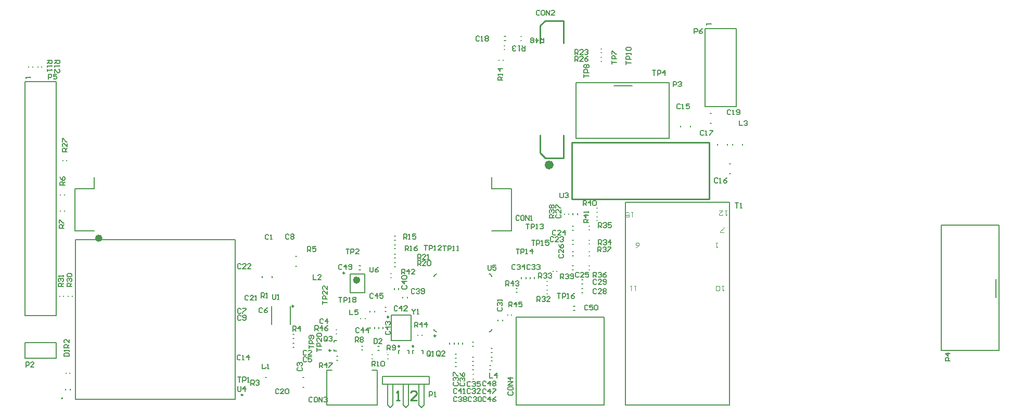
<source format=gto>
G04 Layer_Color=65535*
%FSAX25Y25*%
%MOIN*%
G70*
G01*
G75*
%ADD36C,0.00984*%
%ADD37C,0.00800*%
%ADD91C,0.02362*%
%ADD92C,0.03000*%
%ADD93C,0.00787*%
%ADD94C,0.00394*%
%ADD95C,0.01000*%
%ADD96C,0.00500*%
D36*
X0827039Y0142732D02*
G03*
X0827039Y0142732I-0000492J0000000D01*
G01*
X0836039D02*
G03*
X0836039Y0142732I-0000492J0000000D01*
G01*
X0782760Y0140047D02*
G03*
X0782760Y0140047I-0000492J0000000D01*
G01*
X0726492Y0111500D02*
G03*
X0726492Y0111500I-0000492J0000000D01*
G01*
X0850079Y0149437D02*
G03*
X0850079Y0149437I-0000492J0000000D01*
G01*
X0791732Y0189693D02*
G03*
X0791732Y0189693I-0000492J0000000D01*
G01*
X0819992Y0161500D02*
G03*
X0819992Y0161500I-0000492J0000000D01*
G01*
X0759071Y0168405D02*
G03*
X0759071Y0168405I-0000492J0000000D01*
G01*
D37*
X0587500Y0315500D02*
Y0314451D01*
Y0314975D01*
X0590649D01*
X0590124Y0315500D01*
X1023500Y0349750D02*
Y0348700D01*
Y0349225D01*
X1026649D01*
X1026124Y0349750D01*
D91*
X0635421Y0212028D02*
G03*
X0635421Y0212028I-0001181J0000000D01*
G01*
X0800591Y0185165D02*
G03*
X0800591Y0185165I-0001181J0000000D01*
G01*
D92*
X0924164Y0259000D02*
G03*
X0924164Y0259000I-0001414J0000000D01*
G01*
D93*
X0611144Y0109250D02*
G03*
X0611144Y0109250I-0000394J0000000D01*
G01*
X0780358Y0127469D02*
X0783705D01*
X0780358Y0105028D02*
Y0127469D01*
Y0105028D02*
X0812642D01*
Y0127469D01*
X0809295D02*
X0812642D01*
X0904553Y0338720D02*
X0904947D01*
X0904553Y0341280D02*
X0904947D01*
X1209130Y0174030D02*
Y0185841D01*
X1174091Y0140171D02*
Y0220486D01*
X1211098D01*
Y0140171D02*
Y0220486D01*
X1174091Y0140171D02*
X1211098D01*
X0758606Y0142122D02*
X0759394D01*
X0758606Y0144878D02*
X0759394D01*
X1007100Y0283356D02*
Y0284144D01*
X1013400Y0283356D02*
Y0284144D01*
X1036900Y0271671D02*
Y0272459D01*
X1030600Y0271671D02*
Y0272459D01*
X0894106Y0341378D02*
X0894894D01*
X0894106Y0338622D02*
X0894894D01*
X1025856Y0285850D02*
X1026644D01*
X1025856Y0292150D02*
X1026644D01*
X0764856Y0116350D02*
X0765644D01*
X0764856Y0122650D02*
X0765644D01*
X0937606Y0208122D02*
X0938394D01*
X0937606Y0210878D02*
X0938394D01*
X0937606Y0217122D02*
X0938394D01*
X0937606Y0219878D02*
X0938394D01*
X0937606Y0191622D02*
X0938394D01*
X0937606Y0194378D02*
X0938394D01*
X0940878Y0227106D02*
Y0227894D01*
X0938122Y0227106D02*
Y0227894D01*
X0943606Y0179878D02*
X0944394D01*
X0943606Y0177122D02*
X0944394D01*
X0943606Y0185378D02*
X0944394D01*
X0943606Y0182622D02*
X0944394D01*
X0873606Y0127622D02*
X0874394D01*
X0873606Y0130378D02*
X0874394D01*
X0890122Y0158961D02*
Y0159748D01*
X0892878Y0158961D02*
Y0159748D01*
X0873606Y0133122D02*
X0874394D01*
X0873606Y0135878D02*
X0874394D01*
X0913378Y0186106D02*
Y0186894D01*
X0910622Y0186106D02*
Y0186894D01*
X0907878Y0186106D02*
Y0186894D01*
X0905122Y0186106D02*
Y0186894D01*
X0873606Y0142622D02*
X0874394D01*
X0873606Y0145378D02*
X0874394D01*
X0864622Y0144106D02*
Y0144894D01*
X0867378Y0144106D02*
Y0144894D01*
X0859122Y0144106D02*
Y0144894D01*
X0861878Y0144106D02*
Y0144894D01*
X0862606Y0132378D02*
X0863394D01*
X0862606Y0129622D02*
X0863394D01*
X0831878Y0173606D02*
Y0174394D01*
X0829122Y0173606D02*
Y0174394D01*
X0826378Y0179106D02*
Y0179894D01*
X0823622Y0179106D02*
Y0179894D01*
X0862606Y0137878D02*
X0863394D01*
X0862606Y0135122D02*
X0863394D01*
X0817606Y0167878D02*
X0818394D01*
X0817606Y0165122D02*
X0818394D01*
X0816378Y0154106D02*
Y0154894D01*
X0813622Y0154106D02*
Y0154894D01*
X0810878Y0154106D02*
Y0154894D01*
X0808122Y0154106D02*
Y0154894D01*
X0808122Y0164606D02*
Y0165394D01*
X0810878Y0164606D02*
Y0165394D01*
X0884803Y0130280D02*
X0885197D01*
X0884803Y0127720D02*
X0885197D01*
X0885803Y0135780D02*
X0886197D01*
X0885803Y0133221D02*
X0886197D01*
X0885803Y0141279D02*
X0886197D01*
X0885803Y0138721D02*
X0886197D01*
X0801106Y0194378D02*
X0801894D01*
X0801106Y0191622D02*
X0801894D01*
X0938461Y0165622D02*
X0939248D01*
X0938461Y0168378D02*
X0939248D01*
X0886091Y0216673D02*
X0898492D01*
Y0243642D01*
X0886091D02*
X0898492D01*
X0618964Y0216673D02*
X0631366D01*
X0618964D02*
Y0243642D01*
X0631366D01*
X0631366D01*
X0631366Y0250886D02*
X0631366D01*
X0631366Y0243642D02*
Y0250886D01*
X0886051Y0243642D02*
X0886091D01*
X0886051D02*
Y0250886D01*
X0958095Y0104976D02*
Y0161472D01*
X0901795D02*
X0958095D01*
X0901795Y0104976D02*
Y0161472D01*
Y0104976D02*
X0958095D01*
X0615878Y0114606D02*
Y0115394D01*
X0613122Y0114606D02*
Y0115394D01*
X0813106Y0142878D02*
X0813894D01*
X0813106Y0140122D02*
X0813894D01*
X1046650Y0271671D02*
Y0272459D01*
X1040350Y0271671D02*
Y0272459D01*
X0804917Y0160303D02*
Y0160697D01*
X0802083Y0160303D02*
Y0160697D01*
X0842667Y0105167D02*
Y0118500D01*
X0841000Y0103500D02*
X0842667Y0105167D01*
X0839333D02*
X0841000Y0103500D01*
X0839333Y0105167D02*
Y0118500D01*
X0832667Y0105167D02*
Y0118500D01*
X0831000Y0103500D02*
X0832667Y0105167D01*
X0829333D02*
X0831000Y0103500D01*
X0829333Y0105167D02*
Y0118500D01*
X0822667Y0105167D02*
Y0118500D01*
X0821000Y0103500D02*
X0822667Y0105167D01*
X0819333D02*
X0821000Y0103500D01*
X0819333Y0105167D02*
Y0118500D01*
X0816000Y0123500D02*
X0846000D01*
X0816000Y0118500D02*
Y0123500D01*
X0846000Y0118500D02*
Y0123500D01*
X0816000Y0118500D02*
X0846000D01*
X0587000Y0135000D02*
X0607000D01*
Y0145000D01*
X0587000D02*
X0607000D01*
X0587000Y0135000D02*
Y0145000D01*
X0999685Y0276128D02*
Y0311561D01*
X0939843D02*
X0999685D01*
X0939843Y0276128D02*
Y0311561D01*
Y0276128D02*
X0999685D01*
X0964252Y0309593D02*
X0976063D01*
X0587000Y0312500D02*
X0607000D01*
Y0162500D02*
Y0312500D01*
X0587000Y0162500D02*
Y0312500D01*
Y0162500D02*
X0607000D01*
X1042500Y0296250D02*
Y0346250D01*
X1022500Y0296250D02*
X1042500D01*
X1022500D02*
Y0346250D01*
X1042500D01*
X0826153Y0138205D02*
Y0140173D01*
X0827138D01*
X0832847Y0138205D02*
Y0140173D01*
X0831862D02*
X0832847D01*
X0835153Y0138205D02*
Y0140173D01*
X0836138D01*
X0841846Y0138205D02*
Y0140173D01*
X0840862D02*
X0841846D01*
X0784827Y0139654D02*
X0786795D01*
X0784827D02*
Y0140638D01*
Y0146346D02*
X0786795D01*
X0784827Y0145362D02*
Y0146346D01*
X0738850Y0186856D02*
Y0187644D01*
X0745150Y0186856D02*
Y0187644D01*
X0613221Y0125303D02*
Y0125697D01*
X0615779Y0125303D02*
Y0125697D01*
X0740856Y0129150D02*
X0741644D01*
X0740856Y0122850D02*
X0741644D01*
X0758803Y0150279D02*
X0759197D01*
X0758803Y0147721D02*
X0759197D01*
X0760356Y0194100D02*
X0761144D01*
X0760356Y0200400D02*
X0761144D01*
X0609721Y0239803D02*
Y0240197D01*
X0612280Y0239803D02*
Y0240197D01*
Y0229303D02*
Y0229697D01*
X0609721Y0229303D02*
Y0229697D01*
X0802803Y0140220D02*
X0803197D01*
X0802803Y0142780D02*
X0803197D01*
X0819303Y0137279D02*
X0819697D01*
X0819303Y0134721D02*
X0819697D01*
X0809157D02*
X0809551D01*
X0809157Y0137279D02*
X0809551D01*
X0589470Y0321803D02*
Y0322197D01*
X0592029Y0321803D02*
Y0322197D01*
X0595221Y0321803D02*
Y0322197D01*
X0597780Y0321803D02*
Y0322197D01*
X0894053Y0332970D02*
X0894447D01*
X0894053Y0335529D02*
X0894447D01*
X0890720Y0326053D02*
Y0326447D01*
X0893279Y0326053D02*
Y0326447D01*
X0823803Y0210720D02*
X0824197D01*
X0823803Y0213280D02*
X0824197D01*
X0823803Y0205221D02*
X0824197D01*
X0823803Y0207780D02*
X0824197D01*
X0823803Y0193720D02*
X0824197D01*
X0823803Y0196280D02*
X0824197D01*
X0823803Y0199221D02*
X0824197D01*
X0823803Y0201780D02*
X0824197D01*
X0956053Y0330971D02*
X0956447D01*
X0956053Y0333529D02*
X0956447D01*
X0956053Y0325470D02*
X0956447D01*
X0956053Y0328029D02*
X0956447D01*
X0613779Y0261803D02*
Y0262197D01*
X0611221Y0261803D02*
Y0262197D01*
X0614720Y0174803D02*
Y0175197D01*
X0617279Y0174803D02*
Y0175197D01*
X0611779Y0174803D02*
Y0175197D01*
X0609221Y0174803D02*
Y0175197D01*
X0921303Y0176221D02*
X0921697D01*
X0921303Y0178779D02*
X0921697D01*
X0921303Y0181720D02*
X0921697D01*
X0921303Y0184280D02*
X0921697D01*
X0948303Y0210780D02*
X0948697D01*
X0948303Y0208221D02*
X0948697D01*
X0948303Y0219779D02*
X0948697D01*
X0948303Y0217220D02*
X0948697D01*
X0948303Y0194280D02*
X0948697D01*
X0948303Y0191720D02*
X0948697D01*
X0948303Y0203279D02*
X0948697D01*
X0948303Y0200721D02*
X0948697D01*
X0935279Y0227303D02*
Y0227697D01*
X0932720Y0227303D02*
Y0227697D01*
X0927779Y0190803D02*
Y0191197D01*
X0925220Y0190803D02*
Y0191197D01*
X0953303Y0231279D02*
X0953697D01*
X0953303Y0228720D02*
X0953697D01*
X0953303Y0223220D02*
X0953697D01*
X0953303Y0225780D02*
X0953697D01*
X0821303Y0186721D02*
X0821697D01*
X0821303Y0189279D02*
X0821697D01*
X0901803Y0177220D02*
X0902197D01*
X0901803Y0179780D02*
X0902197D01*
X0841280Y0149803D02*
Y0150197D01*
X0838721Y0149803D02*
Y0150197D01*
X0898779Y0162803D02*
Y0163197D01*
X0896220Y0162803D02*
Y0163197D01*
X0786303Y0153279D02*
X0786697D01*
X0786303Y0150721D02*
X0786697D01*
X0786803Y0133721D02*
X0787197D01*
X0786803Y0136279D02*
X0787197D01*
X0619319Y0108819D02*
Y0211181D01*
X0721681D01*
Y0108819D02*
Y0211181D01*
X0619319Y0108819D02*
X0721681D01*
X0884823Y0151996D02*
X0886004Y0153177D01*
X0884823Y0189004D02*
X0886004Y0187823D01*
X0848996D02*
X0850177Y0189004D01*
X0848996Y0153177D02*
X0850177Y0151996D01*
X0886004Y0153177D02*
Y0153669D01*
X0884331Y0151996D02*
X0884823D01*
X0886004Y0187331D02*
Y0187823D01*
X0884331Y0189004D02*
X0884823D01*
X0850177D02*
X0850669D01*
X0848996Y0187331D02*
Y0187823D01*
Y0153177D02*
Y0153669D01*
X0850177Y0151996D02*
X0850669D01*
X0795472Y0176898D02*
X0804528D01*
X0795472Y0189102D02*
X0804528D01*
Y0176898D02*
Y0189102D01*
X0795472Y0176898D02*
Y0189102D01*
X0821701Y0146232D02*
Y0162768D01*
X0834299D01*
Y0146232D02*
Y0162768D01*
X0821701Y0146232D02*
X0834299D01*
X0937606Y0200622D02*
X0938394D01*
X0937606Y0203378D02*
X0938394D01*
X1038356Y0259715D02*
X1039144D01*
X1038356Y0253415D02*
X1039144D01*
X0756906Y0156595D02*
Y0168405D01*
X0745094Y0156595D02*
Y0168405D01*
X0873870Y0124667D02*
X0874264D01*
X0873870Y0121833D02*
X0874264D01*
X0919250Y0340500D02*
Y0337351D01*
X0917676D01*
X0917151Y0337876D01*
Y0338926D01*
X0917676Y0339451D01*
X0919250D01*
X0918200D02*
X0917151Y0340500D01*
X0914527D02*
Y0337351D01*
X0916101Y0338926D01*
X0914002D01*
X0912953Y0337876D02*
X0912428Y0337351D01*
X0911378D01*
X0910854Y0337876D01*
Y0338401D01*
X0911378Y0338926D01*
X0910854Y0339451D01*
Y0339975D01*
X0911378Y0340500D01*
X0912428D01*
X0912953Y0339975D01*
Y0339451D01*
X0912428Y0338926D01*
X0912953Y0338401D01*
Y0337876D01*
X0912428Y0338926D02*
X0911378D01*
X1179750Y0133326D02*
X1176601D01*
Y0134901D01*
X1177126Y0135425D01*
X1178176D01*
X1178701Y0134901D01*
Y0133326D01*
X1179750Y0138049D02*
X1176601D01*
X1178176Y0136475D01*
Y0138574D01*
X0743099Y0213874D02*
X0742574Y0214399D01*
X0741525D01*
X0741000Y0213874D01*
Y0211775D01*
X0741525Y0211250D01*
X0742574D01*
X0743099Y0211775D01*
X0744149Y0211250D02*
X0745198D01*
X0744673D01*
Y0214399D01*
X0744149Y0213874D01*
X0767349Y0139624D02*
X0766824Y0140149D01*
X0765775D01*
X0765250Y0139624D01*
Y0137525D01*
X0765775Y0137000D01*
X0766824D01*
X0767349Y0137525D01*
X0770498Y0137000D02*
X0768399D01*
X0770498Y0139099D01*
Y0139624D01*
X0769973Y0140149D01*
X0768923D01*
X0768399Y0139624D01*
X0761876Y0129099D02*
X0761351Y0128574D01*
Y0127525D01*
X0761876Y0127000D01*
X0763975D01*
X0764500Y0127525D01*
Y0128574D01*
X0763975Y0129099D01*
X0761876Y0130149D02*
X0761351Y0130673D01*
Y0131723D01*
X0761876Y0132248D01*
X0762401D01*
X0762926Y0131723D01*
Y0131198D01*
Y0131723D01*
X0763450Y0132248D01*
X0763975D01*
X0764500Y0131723D01*
Y0130673D01*
X0763975Y0130149D01*
X0778099Y0159874D02*
X0777574Y0160399D01*
X0776525D01*
X0776000Y0159874D01*
Y0157775D01*
X0776525Y0157250D01*
X0777574D01*
X0778099Y0157775D01*
X0780723Y0157250D02*
Y0160399D01*
X0779149Y0158824D01*
X0781248D01*
X0767349Y0135374D02*
X0766824Y0135899D01*
X0765775D01*
X0765250Y0135374D01*
Y0133275D01*
X0765775Y0132750D01*
X0766824D01*
X0767349Y0133275D01*
X0770498Y0135899D02*
X0768399D01*
Y0134324D01*
X0769448Y0134849D01*
X0769973D01*
X0770498Y0134324D01*
Y0133275D01*
X0769973Y0132750D01*
X0768923D01*
X0768399Y0133275D01*
X0739099Y0166874D02*
X0738574Y0167399D01*
X0737525D01*
X0737000Y0166874D01*
Y0164775D01*
X0737525Y0164250D01*
X0738574D01*
X0739099Y0164775D01*
X0742248Y0167399D02*
X0741198Y0166874D01*
X0740149Y0165824D01*
Y0164775D01*
X0740673Y0164250D01*
X0741723D01*
X0742248Y0164775D01*
Y0165299D01*
X0741723Y0165824D01*
X0740149D01*
X0725349Y0166374D02*
X0724824Y0166899D01*
X0723775D01*
X0723250Y0166374D01*
Y0164275D01*
X0723775Y0163750D01*
X0724824D01*
X0725349Y0164275D01*
X0726399Y0166899D02*
X0728498D01*
Y0166374D01*
X0726399Y0164275D01*
Y0163750D01*
X0756099Y0214124D02*
X0755574Y0214649D01*
X0754525D01*
X0754000Y0214124D01*
Y0212025D01*
X0754525Y0211500D01*
X0755574D01*
X0756099Y0212025D01*
X0757149Y0214124D02*
X0757673Y0214649D01*
X0758723D01*
X0759248Y0214124D01*
Y0213599D01*
X0758723Y0213074D01*
X0759248Y0212549D01*
Y0212025D01*
X0758723Y0211500D01*
X0757673D01*
X0757149Y0212025D01*
Y0212549D01*
X0757673Y0213074D01*
X0757149Y0213599D01*
Y0214124D01*
X0757673Y0213074D02*
X0758723D01*
X0725349Y0162124D02*
X0724824Y0162649D01*
X0723775D01*
X0723250Y0162124D01*
Y0160025D01*
X0723775Y0159500D01*
X0724824D01*
X0725349Y0160025D01*
X0726399D02*
X0726923Y0159500D01*
X0727973D01*
X0728498Y0160025D01*
Y0162124D01*
X0727973Y0162649D01*
X0726923D01*
X0726399Y0162124D01*
Y0161599D01*
X0726923Y0161074D01*
X0728498D01*
X0725099Y0136624D02*
X0724574Y0137149D01*
X0723525D01*
X0723000Y0136624D01*
Y0134525D01*
X0723525Y0134000D01*
X0724574D01*
X0725099Y0134525D01*
X0726149Y0134000D02*
X0727198D01*
X0726673D01*
Y0137149D01*
X0726149Y0136624D01*
X0730347Y0134000D02*
Y0137149D01*
X0728772Y0135574D01*
X0730871D01*
X1006849Y0297624D02*
X1006324Y0298149D01*
X1005275D01*
X1004750Y0297624D01*
Y0295525D01*
X1005275Y0295000D01*
X1006324D01*
X1006849Y0295525D01*
X1007899Y0295000D02*
X1008948D01*
X1008423D01*
Y0298149D01*
X1007899Y0297624D01*
X1012621Y0298149D02*
X1010522D01*
Y0296574D01*
X1011572Y0297099D01*
X1012097D01*
X1012621Y0296574D01*
Y0295525D01*
X1012097Y0295000D01*
X1011047D01*
X1010522Y0295525D01*
X1021849Y0280624D02*
X1021324Y0281149D01*
X1020275D01*
X1019750Y0280624D01*
Y0278525D01*
X1020275Y0278000D01*
X1021324D01*
X1021849Y0278525D01*
X1022899Y0278000D02*
X1023948D01*
X1023423D01*
Y0281149D01*
X1022899Y0280624D01*
X1025522Y0281149D02*
X1027621D01*
Y0280624D01*
X1025522Y0278525D01*
Y0278000D01*
X0878099Y0341124D02*
X0877574Y0341649D01*
X0876525D01*
X0876000Y0341124D01*
Y0339025D01*
X0876525Y0338500D01*
X0877574D01*
X0878099Y0339025D01*
X0879149Y0338500D02*
X0880198D01*
X0879673D01*
Y0341649D01*
X0879149Y0341124D01*
X0881772D02*
X0882297Y0341649D01*
X0883347D01*
X0883871Y0341124D01*
Y0340599D01*
X0883347Y0340074D01*
X0883871Y0339549D01*
Y0339025D01*
X0883347Y0338500D01*
X0882297D01*
X0881772Y0339025D01*
Y0339549D01*
X0882297Y0340074D01*
X0881772Y0340599D01*
Y0341124D01*
X0882297Y0340074D02*
X0883347D01*
X1039099Y0293874D02*
X1038574Y0294399D01*
X1037525D01*
X1037000Y0293874D01*
Y0291775D01*
X1037525Y0291250D01*
X1038574D01*
X1039099Y0291775D01*
X1040149Y0291250D02*
X1041198D01*
X1040673D01*
Y0294399D01*
X1040149Y0293874D01*
X1042772Y0291775D02*
X1043297Y0291250D01*
X1044347D01*
X1044872Y0291775D01*
Y0293874D01*
X1044347Y0294399D01*
X1043297D01*
X1042772Y0293874D01*
Y0293349D01*
X1043297Y0292824D01*
X1044872D01*
X0749599Y0114874D02*
X0749074Y0115399D01*
X0748025D01*
X0747500Y0114874D01*
Y0112775D01*
X0748025Y0112250D01*
X0749074D01*
X0749599Y0112775D01*
X0752748Y0112250D02*
X0750649D01*
X0752748Y0114349D01*
Y0114874D01*
X0752223Y0115399D01*
X0751173D01*
X0750649Y0114874D01*
X0753797D02*
X0754322Y0115399D01*
X0755372D01*
X0755896Y0114874D01*
Y0112775D01*
X0755372Y0112250D01*
X0754322D01*
X0753797Y0112775D01*
Y0114874D01*
X0730099Y0174874D02*
X0729574Y0175399D01*
X0728525D01*
X0728000Y0174874D01*
Y0172775D01*
X0728525Y0172250D01*
X0729574D01*
X0730099Y0172775D01*
X0733248Y0172250D02*
X0731149D01*
X0733248Y0174349D01*
Y0174874D01*
X0732723Y0175399D01*
X0731673D01*
X0731149Y0174874D01*
X0734297Y0172250D02*
X0735347D01*
X0734822D01*
Y0175399D01*
X0734297Y0174874D01*
X0725349Y0195124D02*
X0724824Y0195649D01*
X0723775D01*
X0723250Y0195124D01*
Y0193025D01*
X0723775Y0192500D01*
X0724824D01*
X0725349Y0193025D01*
X0728498Y0192500D02*
X0726399D01*
X0728498Y0194599D01*
Y0195124D01*
X0727973Y0195649D01*
X0726923D01*
X0726399Y0195124D01*
X0731646Y0192500D02*
X0729547D01*
X0731646Y0194599D01*
Y0195124D01*
X0731121Y0195649D01*
X0730072D01*
X0729547Y0195124D01*
X0925599Y0212374D02*
X0925074Y0212899D01*
X0924025D01*
X0923500Y0212374D01*
Y0210275D01*
X0924025Y0209750D01*
X0925074D01*
X0925599Y0210275D01*
X0928748Y0209750D02*
X0926649D01*
X0928748Y0211849D01*
Y0212374D01*
X0928223Y0212899D01*
X0927173D01*
X0926649Y0212374D01*
X0929797D02*
X0930322Y0212899D01*
X0931371D01*
X0931896Y0212374D01*
Y0211849D01*
X0931371Y0211324D01*
X0930847D01*
X0931371D01*
X0931896Y0210800D01*
Y0210275D01*
X0931371Y0209750D01*
X0930322D01*
X0929797Y0210275D01*
X0927099Y0216624D02*
X0926574Y0217149D01*
X0925525D01*
X0925000Y0216624D01*
Y0214525D01*
X0925525Y0214000D01*
X0926574D01*
X0927099Y0214525D01*
X0930248Y0214000D02*
X0928149D01*
X0930248Y0216099D01*
Y0216624D01*
X0929723Y0217149D01*
X0928673D01*
X0928149Y0216624D01*
X0932872Y0214000D02*
Y0217149D01*
X0931297Y0215574D01*
X0933396D01*
X0941849Y0189624D02*
X0941324Y0190149D01*
X0940275D01*
X0939750Y0189624D01*
Y0187525D01*
X0940275Y0187000D01*
X0941324D01*
X0941849Y0187525D01*
X0944998Y0187000D02*
X0942899D01*
X0944998Y0189099D01*
Y0189624D01*
X0944473Y0190149D01*
X0943423D01*
X0942899Y0189624D01*
X0948146Y0190149D02*
X0946047D01*
Y0188574D01*
X0947097Y0189099D01*
X0947622D01*
X0948146Y0188574D01*
Y0187525D01*
X0947622Y0187000D01*
X0946572D01*
X0946047Y0187525D01*
X0927626Y0227099D02*
X0927101Y0226574D01*
Y0225525D01*
X0927626Y0225000D01*
X0929725D01*
X0930250Y0225525D01*
Y0226574D01*
X0929725Y0227099D01*
X0930250Y0230248D02*
Y0228149D01*
X0928151Y0230248D01*
X0927626D01*
X0927101Y0229723D01*
Y0228673D01*
X0927626Y0228149D01*
X0927101Y0231297D02*
Y0233396D01*
X0927626D01*
X0929725Y0231297D01*
X0930250D01*
X0953099Y0179124D02*
X0952574Y0179649D01*
X0951525D01*
X0951000Y0179124D01*
Y0177025D01*
X0951525Y0176500D01*
X0952574D01*
X0953099Y0177025D01*
X0956248Y0176500D02*
X0954149D01*
X0956248Y0178599D01*
Y0179124D01*
X0955723Y0179649D01*
X0954673D01*
X0954149Y0179124D01*
X0957297D02*
X0957822Y0179649D01*
X0958871D01*
X0959396Y0179124D01*
Y0178599D01*
X0958871Y0178074D01*
X0959396Y0177550D01*
Y0177025D01*
X0958871Y0176500D01*
X0957822D01*
X0957297Y0177025D01*
Y0177550D01*
X0957822Y0178074D01*
X0957297Y0178599D01*
Y0179124D01*
X0957822Y0178074D02*
X0958871D01*
X0953099Y0185124D02*
X0952574Y0185649D01*
X0951525D01*
X0951000Y0185124D01*
Y0183025D01*
X0951525Y0182500D01*
X0952574D01*
X0953099Y0183025D01*
X0956248Y0182500D02*
X0954149D01*
X0956248Y0184599D01*
Y0185124D01*
X0955723Y0185649D01*
X0954673D01*
X0954149Y0185124D01*
X0957297Y0183025D02*
X0957822Y0182500D01*
X0958871D01*
X0959396Y0183025D01*
Y0185124D01*
X0958871Y0185649D01*
X0957822D01*
X0957297Y0185124D01*
Y0184599D01*
X0957822Y0184074D01*
X0959396D01*
X0873099Y0109874D02*
X0872574Y0110399D01*
X0871525D01*
X0871000Y0109874D01*
Y0107775D01*
X0871525Y0107250D01*
X0872574D01*
X0873099Y0107775D01*
X0874149Y0109874D02*
X0874673Y0110399D01*
X0875723D01*
X0876248Y0109874D01*
Y0109349D01*
X0875723Y0108824D01*
X0875198D01*
X0875723D01*
X0876248Y0108300D01*
Y0107775D01*
X0875723Y0107250D01*
X0874673D01*
X0874149Y0107775D01*
X0877297Y0109874D02*
X0877822Y0110399D01*
X0878872D01*
X0879396Y0109874D01*
Y0107775D01*
X0878872Y0107250D01*
X0877822D01*
X0877297Y0107775D01*
Y0109874D01*
X0890126Y0167599D02*
X0889601Y0167074D01*
Y0166025D01*
X0890126Y0165500D01*
X0892225D01*
X0892750Y0166025D01*
Y0167074D01*
X0892225Y0167599D01*
X0890126Y0168649D02*
X0889601Y0169173D01*
Y0170223D01*
X0890126Y0170748D01*
X0890651D01*
X0891176Y0170223D01*
Y0169698D01*
Y0170223D01*
X0891700Y0170748D01*
X0892225D01*
X0892750Y0170223D01*
Y0169173D01*
X0892225Y0168649D01*
X0892750Y0171797D02*
Y0172847D01*
Y0172322D01*
X0889601D01*
X0890126Y0171797D01*
X0872349Y0115124D02*
X0871824Y0115649D01*
X0870775D01*
X0870250Y0115124D01*
Y0113025D01*
X0870775Y0112500D01*
X0871824D01*
X0872349Y0113025D01*
X0873399Y0115124D02*
X0873923Y0115649D01*
X0874973D01*
X0875498Y0115124D01*
Y0114599D01*
X0874973Y0114074D01*
X0874448D01*
X0874973D01*
X0875498Y0113549D01*
Y0113025D01*
X0874973Y0112500D01*
X0873923D01*
X0873399Y0113025D01*
X0878646Y0112500D02*
X0876547D01*
X0878646Y0114599D01*
Y0115124D01*
X0878121Y0115649D01*
X0877072D01*
X0876547Y0115124D01*
X0910599Y0194624D02*
X0910074Y0195149D01*
X0909025D01*
X0908500Y0194624D01*
Y0192525D01*
X0909025Y0192000D01*
X0910074D01*
X0910599Y0192525D01*
X0911649Y0194624D02*
X0912173Y0195149D01*
X0913223D01*
X0913748Y0194624D01*
Y0194099D01*
X0913223Y0193574D01*
X0912698D01*
X0913223D01*
X0913748Y0193050D01*
Y0192525D01*
X0913223Y0192000D01*
X0912173D01*
X0911649Y0192525D01*
X0914797Y0194624D02*
X0915322Y0195149D01*
X0916372D01*
X0916896Y0194624D01*
Y0194099D01*
X0916372Y0193574D01*
X0915847D01*
X0916372D01*
X0916896Y0193050D01*
Y0192525D01*
X0916372Y0192000D01*
X0915322D01*
X0914797Y0192525D01*
X0901099Y0194624D02*
X0900574Y0195149D01*
X0899525D01*
X0899000Y0194624D01*
Y0192525D01*
X0899525Y0192000D01*
X0900574D01*
X0901099Y0192525D01*
X0902149Y0194624D02*
X0902673Y0195149D01*
X0903723D01*
X0904248Y0194624D01*
Y0194099D01*
X0903723Y0193574D01*
X0903198D01*
X0903723D01*
X0904248Y0193050D01*
Y0192525D01*
X0903723Y0192000D01*
X0902673D01*
X0902149Y0192525D01*
X0906872Y0192000D02*
Y0195149D01*
X0905297Y0193574D01*
X0907396D01*
X0872349Y0119624D02*
X0871824Y0120149D01*
X0870775D01*
X0870250Y0119624D01*
Y0117525D01*
X0870775Y0117000D01*
X0871824D01*
X0872349Y0117525D01*
X0873399Y0119624D02*
X0873923Y0120149D01*
X0874973D01*
X0875498Y0119624D01*
Y0119099D01*
X0874973Y0118574D01*
X0874448D01*
X0874973D01*
X0875498Y0118050D01*
Y0117525D01*
X0874973Y0117000D01*
X0873923D01*
X0873399Y0117525D01*
X0878646Y0120149D02*
X0876547D01*
Y0118574D01*
X0877597Y0119099D01*
X0878121D01*
X0878646Y0118574D01*
Y0117525D01*
X0878121Y0117000D01*
X0877072D01*
X0876547Y0117525D01*
X0866126Y0119349D02*
X0865601Y0118824D01*
Y0117775D01*
X0866126Y0117250D01*
X0868225D01*
X0868750Y0117775D01*
Y0118824D01*
X0868225Y0119349D01*
X0866126Y0120399D02*
X0865601Y0120923D01*
Y0121973D01*
X0866126Y0122498D01*
X0866651D01*
X0867176Y0121973D01*
Y0121448D01*
Y0121973D01*
X0867700Y0122498D01*
X0868225D01*
X0868750Y0121973D01*
Y0120923D01*
X0868225Y0120399D01*
X0865601Y0125646D02*
X0866126Y0124597D01*
X0867176Y0123547D01*
X0868225D01*
X0868750Y0124072D01*
Y0125121D01*
X0868225Y0125646D01*
X0867700D01*
X0867176Y0125121D01*
Y0123547D01*
X0861995Y0119599D02*
X0861470Y0119074D01*
Y0118025D01*
X0861995Y0117500D01*
X0864094D01*
X0864618Y0118025D01*
Y0119074D01*
X0864094Y0119599D01*
X0861995Y0120649D02*
X0861470Y0121173D01*
Y0122223D01*
X0861995Y0122748D01*
X0862519D01*
X0863044Y0122223D01*
Y0121698D01*
Y0122223D01*
X0863569Y0122748D01*
X0864094D01*
X0864618Y0122223D01*
Y0121173D01*
X0864094Y0120649D01*
X0861470Y0123797D02*
Y0125896D01*
X0861995D01*
X0864094Y0123797D01*
X0864618D01*
X0863599Y0109874D02*
X0863074Y0110399D01*
X0862025D01*
X0861500Y0109874D01*
Y0107775D01*
X0862025Y0107250D01*
X0863074D01*
X0863599Y0107775D01*
X0864649Y0109874D02*
X0865173Y0110399D01*
X0866223D01*
X0866748Y0109874D01*
Y0109349D01*
X0866223Y0108824D01*
X0865698D01*
X0866223D01*
X0866748Y0108300D01*
Y0107775D01*
X0866223Y0107250D01*
X0865173D01*
X0864649Y0107775D01*
X0867797Y0109874D02*
X0868322Y0110399D01*
X0869372D01*
X0869896Y0109874D01*
Y0109349D01*
X0869372Y0108824D01*
X0869896Y0108300D01*
Y0107775D01*
X0869372Y0107250D01*
X0868322D01*
X0867797Y0107775D01*
Y0108300D01*
X0868322Y0108824D01*
X0867797Y0109349D01*
Y0109874D01*
X0868322Y0108824D02*
X0869372D01*
X0836599Y0179124D02*
X0836074Y0179649D01*
X0835025D01*
X0834500Y0179124D01*
Y0177025D01*
X0835025Y0176500D01*
X0836074D01*
X0836599Y0177025D01*
X0837649Y0179124D02*
X0838173Y0179649D01*
X0839223D01*
X0839748Y0179124D01*
Y0178599D01*
X0839223Y0178074D01*
X0838698D01*
X0839223D01*
X0839748Y0177550D01*
Y0177025D01*
X0839223Y0176500D01*
X0838173D01*
X0837649Y0177025D01*
X0840797D02*
X0841322Y0176500D01*
X0842371D01*
X0842896Y0177025D01*
Y0179124D01*
X0842371Y0179649D01*
X0841322D01*
X0840797Y0179124D01*
Y0178599D01*
X0841322Y0178074D01*
X0842896D01*
X0828876Y0181599D02*
X0828351Y0181074D01*
Y0180025D01*
X0828876Y0179500D01*
X0830975D01*
X0831500Y0180025D01*
Y0181074D01*
X0830975Y0181599D01*
X0831500Y0184223D02*
X0828351D01*
X0829926Y0182649D01*
Y0184748D01*
X0828876Y0185797D02*
X0828351Y0186322D01*
Y0187372D01*
X0828876Y0187896D01*
X0830975D01*
X0831500Y0187372D01*
Y0186322D01*
X0830975Y0185797D01*
X0828876D01*
X0863599Y0115124D02*
X0863074Y0115649D01*
X0862025D01*
X0861500Y0115124D01*
Y0113025D01*
X0862025Y0112500D01*
X0863074D01*
X0863599Y0113025D01*
X0866223Y0112500D02*
Y0115649D01*
X0864649Y0114074D01*
X0866748D01*
X0867797Y0112500D02*
X0868847D01*
X0868322D01*
Y0115649D01*
X0867797Y0115124D01*
X0825599Y0168124D02*
X0825074Y0168649D01*
X0824025D01*
X0823500Y0168124D01*
Y0166025D01*
X0824025Y0165500D01*
X0825074D01*
X0825599Y0166025D01*
X0828223Y0165500D02*
Y0168649D01*
X0826649Y0167074D01*
X0828748D01*
X0831896Y0165500D02*
X0829797D01*
X0831896Y0167599D01*
Y0168124D01*
X0831371Y0168649D01*
X0830322D01*
X0829797Y0168124D01*
X0818376Y0152349D02*
X0817851Y0151824D01*
Y0150775D01*
X0818376Y0150250D01*
X0820475D01*
X0821000Y0150775D01*
Y0151824D01*
X0820475Y0152349D01*
X0821000Y0154973D02*
X0817851D01*
X0819426Y0153399D01*
Y0155498D01*
X0818376Y0156547D02*
X0817851Y0157072D01*
Y0158122D01*
X0818376Y0158646D01*
X0818901D01*
X0819426Y0158122D01*
Y0157597D01*
Y0158122D01*
X0819950Y0158646D01*
X0820475D01*
X0821000Y0158122D01*
Y0157072D01*
X0820475Y0156547D01*
X0801099Y0154124D02*
X0800574Y0154649D01*
X0799525D01*
X0799000Y0154124D01*
Y0152025D01*
X0799525Y0151500D01*
X0800574D01*
X0801099Y0152025D01*
X0803723Y0151500D02*
Y0154649D01*
X0802149Y0153074D01*
X0804248D01*
X0806872Y0151500D02*
Y0154649D01*
X0805297Y0153074D01*
X0807396D01*
X0810099Y0176124D02*
X0809574Y0176649D01*
X0808525D01*
X0808000Y0176124D01*
Y0174025D01*
X0808525Y0173500D01*
X0809574D01*
X0810099Y0174025D01*
X0812723Y0173500D02*
Y0176649D01*
X0811149Y0175074D01*
X0813248D01*
X0816396Y0176649D02*
X0814297D01*
Y0175074D01*
X0815347Y0175599D01*
X0815872D01*
X0816396Y0175074D01*
Y0174025D01*
X0815872Y0173500D01*
X0814822D01*
X0814297Y0174025D01*
X0882349Y0109874D02*
X0881824Y0110399D01*
X0880775D01*
X0880250Y0109874D01*
Y0107775D01*
X0880775Y0107250D01*
X0881824D01*
X0882349Y0107775D01*
X0884973Y0107250D02*
Y0110399D01*
X0883399Y0108824D01*
X0885498D01*
X0888646Y0110399D02*
X0887597Y0109874D01*
X0886547Y0108824D01*
Y0107775D01*
X0887072Y0107250D01*
X0888122D01*
X0888646Y0107775D01*
Y0108300D01*
X0888122Y0108824D01*
X0886547D01*
X0882349Y0114874D02*
X0881824Y0115399D01*
X0880775D01*
X0880250Y0114874D01*
Y0112775D01*
X0880775Y0112250D01*
X0881824D01*
X0882349Y0112775D01*
X0884973Y0112250D02*
Y0115399D01*
X0883399Y0113824D01*
X0885498D01*
X0886547Y0115399D02*
X0888646D01*
Y0114874D01*
X0886547Y0112775D01*
Y0112250D01*
X0882349Y0119874D02*
X0881824Y0120399D01*
X0880775D01*
X0880250Y0119874D01*
Y0117775D01*
X0880775Y0117250D01*
X0881824D01*
X0882349Y0117775D01*
X0884973Y0117250D02*
Y0120399D01*
X0883399Y0118824D01*
X0885498D01*
X0886547Y0119874D02*
X0887072Y0120399D01*
X0888122D01*
X0888646Y0119874D01*
Y0119349D01*
X0888122Y0118824D01*
X0888646Y0118299D01*
Y0117775D01*
X0888122Y0117250D01*
X0887072D01*
X0886547Y0117775D01*
Y0118299D01*
X0887072Y0118824D01*
X0886547Y0119349D01*
Y0119874D01*
X0887072Y0118824D02*
X0888122D01*
X0790099Y0194624D02*
X0789574Y0195149D01*
X0788525D01*
X0788000Y0194624D01*
Y0192525D01*
X0788525Y0192000D01*
X0789574D01*
X0790099Y0192525D01*
X0792723Y0192000D02*
Y0195149D01*
X0791149Y0193574D01*
X0793248D01*
X0794297Y0192525D02*
X0794822Y0192000D01*
X0795871D01*
X0796396Y0192525D01*
Y0194624D01*
X0795871Y0195149D01*
X0794822D01*
X0794297Y0194624D01*
Y0194099D01*
X0794822Y0193574D01*
X0796396D01*
X0947599Y0168624D02*
X0947074Y0169149D01*
X0946025D01*
X0945500Y0168624D01*
Y0166525D01*
X0946025Y0166000D01*
X0947074D01*
X0947599Y0166525D01*
X0950748Y0169149D02*
X0948649D01*
Y0167574D01*
X0949698Y0168099D01*
X0950223D01*
X0950748Y0167574D01*
Y0166525D01*
X0950223Y0166000D01*
X0949173D01*
X0948649Y0166525D01*
X0951797Y0168624D02*
X0952322Y0169149D01*
X0953372D01*
X0953896Y0168624D01*
Y0166525D01*
X0953372Y0166000D01*
X0952322D01*
X0951797Y0166525D01*
Y0168624D01*
X0903599Y0226124D02*
X0903074Y0226649D01*
X0902025D01*
X0901500Y0226124D01*
Y0224025D01*
X0902025Y0223500D01*
X0903074D01*
X0903599Y0224025D01*
X0906223Y0226649D02*
X0905173D01*
X0904649Y0226124D01*
Y0224025D01*
X0905173Y0223500D01*
X0906223D01*
X0906748Y0224025D01*
Y0226124D01*
X0906223Y0226649D01*
X0907797Y0223500D02*
Y0226649D01*
X0909896Y0223500D01*
Y0226649D01*
X0910946Y0223500D02*
X0911995D01*
X0911471D01*
Y0226649D01*
X0910946Y0226124D01*
X0916749Y0357615D02*
X0916224Y0358139D01*
X0915175D01*
X0914650Y0357615D01*
Y0355516D01*
X0915175Y0354991D01*
X0916224D01*
X0916749Y0355516D01*
X0919373Y0358139D02*
X0918323D01*
X0917799Y0357615D01*
Y0355516D01*
X0918323Y0354991D01*
X0919373D01*
X0919898Y0355516D01*
Y0357615D01*
X0919373Y0358139D01*
X0920947Y0354991D02*
Y0358139D01*
X0923046Y0354991D01*
Y0358139D01*
X0926195Y0354991D02*
X0924096D01*
X0926195Y0357090D01*
Y0357615D01*
X0925670Y0358139D01*
X0924621D01*
X0924096Y0357615D01*
X0771099Y0109624D02*
X0770574Y0110149D01*
X0769525D01*
X0769000Y0109624D01*
Y0107525D01*
X0769525Y0107000D01*
X0770574D01*
X0771099Y0107525D01*
X0773723Y0110149D02*
X0772673D01*
X0772149Y0109624D01*
Y0107525D01*
X0772673Y0107000D01*
X0773723D01*
X0774248Y0107525D01*
Y0109624D01*
X0773723Y0110149D01*
X0775297Y0107000D02*
Y0110149D01*
X0777396Y0107000D01*
Y0110149D01*
X0778446Y0109624D02*
X0778970Y0110149D01*
X0780020D01*
X0780545Y0109624D01*
Y0109099D01*
X0780020Y0108574D01*
X0779495D01*
X0780020D01*
X0780545Y0108049D01*
Y0107525D01*
X0780020Y0107000D01*
X0778970D01*
X0778446Y0107525D01*
X0896876Y0113599D02*
X0896351Y0113074D01*
Y0112025D01*
X0896876Y0111500D01*
X0898975D01*
X0899500Y0112025D01*
Y0113074D01*
X0898975Y0113599D01*
X0896351Y0116223D02*
Y0115173D01*
X0896876Y0114649D01*
X0898975D01*
X0899500Y0115173D01*
Y0116223D01*
X0898975Y0116748D01*
X0896876D01*
X0896351Y0116223D01*
X0899500Y0117797D02*
X0896351D01*
X0899500Y0119896D01*
X0896351D01*
X0899500Y0122520D02*
X0896351D01*
X0897926Y0120946D01*
Y0123045D01*
X0612101Y0136250D02*
X0615250D01*
Y0137824D01*
X0614725Y0138349D01*
X0612626D01*
X0612101Y0137824D01*
Y0136250D01*
X0615250Y0139399D02*
Y0140448D01*
Y0139923D01*
X0612101D01*
X0612626Y0139399D01*
X0810500Y0147649D02*
Y0144500D01*
X0812074D01*
X0812599Y0145025D01*
Y0147124D01*
X0812074Y0147649D01*
X0810500D01*
X0815748Y0144500D02*
X0813649D01*
X0815748Y0146599D01*
Y0147124D01*
X0815223Y0147649D01*
X0814173D01*
X0813649Y0147124D01*
X0739000Y0131399D02*
Y0128250D01*
X0741099D01*
X0742149D02*
X0743198D01*
X0742673D01*
Y0131399D01*
X0742149Y0130874D01*
X0771500Y0188649D02*
Y0185500D01*
X0773599D01*
X0776748D02*
X0774649D01*
X0776748Y0187599D01*
Y0188124D01*
X0776223Y0188649D01*
X0775173D01*
X0774649Y0188124D01*
X1044500Y0287399D02*
Y0284250D01*
X1046599D01*
X1047649Y0286874D02*
X1048173Y0287399D01*
X1049223D01*
X1049748Y0286874D01*
Y0286349D01*
X1049223Y0285824D01*
X1048698D01*
X1049223D01*
X1049748Y0285299D01*
Y0284775D01*
X1049223Y0284250D01*
X1048173D01*
X1047649Y0284775D01*
X0795000Y0166149D02*
Y0163000D01*
X0797099D01*
X0800248Y0166149D02*
X0798149D01*
Y0164574D01*
X0799198Y0165099D01*
X0799723D01*
X0800248Y0164574D01*
Y0163525D01*
X0799723Y0163000D01*
X0798673D01*
X0798149Y0163525D01*
X0846000Y0110500D02*
Y0113649D01*
X0847574D01*
X0848099Y0113124D01*
Y0112074D01*
X0847574Y0111549D01*
X0846000D01*
X0849149Y0110500D02*
X0850198D01*
X0849673D01*
Y0113649D01*
X0849149Y0113124D01*
X0587500Y0129500D02*
Y0132649D01*
X0589074D01*
X0589599Y0132124D01*
Y0131074D01*
X0589074Y0130550D01*
X0587500D01*
X0592748Y0129500D02*
X0590649D01*
X0592748Y0131599D01*
Y0132124D01*
X0592223Y0132649D01*
X0591173D01*
X0590649Y0132124D01*
X1002250Y0309250D02*
Y0312399D01*
X1003824D01*
X1004349Y0311874D01*
Y0310824D01*
X1003824Y0310299D01*
X1002250D01*
X1005399Y0311874D02*
X1005923Y0312399D01*
X1006973D01*
X1007498Y0311874D01*
Y0311349D01*
X1006973Y0310824D01*
X1006448D01*
X1006973D01*
X1007498Y0310299D01*
Y0309775D01*
X1006973Y0309250D01*
X1005923D01*
X1005399Y0309775D01*
X0602000Y0314000D02*
Y0317149D01*
X0603574D01*
X0604099Y0316624D01*
Y0315574D01*
X0603574Y0315050D01*
X0602000D01*
X0607248Y0317149D02*
X0605149D01*
Y0315574D01*
X0606198Y0316099D01*
X0606723D01*
X0607248Y0315574D01*
Y0314525D01*
X0606723Y0314000D01*
X0605673D01*
X0605149Y0314525D01*
X1015750Y0343250D02*
Y0346399D01*
X1017324D01*
X1017849Y0345874D01*
Y0344824D01*
X1017324Y0344300D01*
X1015750D01*
X1020998Y0346399D02*
X1019948Y0345874D01*
X1018899Y0344824D01*
Y0343775D01*
X1019423Y0343250D01*
X1020473D01*
X1020998Y0343775D01*
Y0344300D01*
X1020473Y0344824D01*
X1018899D01*
X0846599Y0137025D02*
Y0139124D01*
X0846074Y0139649D01*
X0845025D01*
X0844500Y0139124D01*
Y0137025D01*
X0845025Y0136500D01*
X0846074D01*
X0845549Y0137549D02*
X0846599Y0136500D01*
X0846074D02*
X0846599Y0137025D01*
X0847649Y0136500D02*
X0848698D01*
X0848173D01*
Y0139649D01*
X0847649Y0139124D01*
X0852849Y0137025D02*
Y0139124D01*
X0852324Y0139649D01*
X0851275D01*
X0850750Y0139124D01*
Y0137025D01*
X0851275Y0136500D01*
X0852324D01*
X0851799Y0137549D02*
X0852849Y0136500D01*
X0852324D02*
X0852849Y0137025D01*
X0855998Y0136500D02*
X0853899D01*
X0855998Y0138599D01*
Y0139124D01*
X0855473Y0139649D01*
X0854423D01*
X0853899Y0139124D01*
X0780599Y0146525D02*
Y0148624D01*
X0780074Y0149149D01*
X0779025D01*
X0778500Y0148624D01*
Y0146525D01*
X0779025Y0146000D01*
X0780074D01*
X0779550Y0147049D02*
X0780599Y0146000D01*
X0780074D02*
X0780599Y0146525D01*
X0781649Y0148624D02*
X0782173Y0149149D01*
X0783223D01*
X0783748Y0148624D01*
Y0148099D01*
X0783223Y0147574D01*
X0782698D01*
X0783223D01*
X0783748Y0147049D01*
Y0146525D01*
X0783223Y0146000D01*
X0782173D01*
X0781649Y0146525D01*
X0738250Y0173750D02*
Y0176899D01*
X0739824D01*
X0740349Y0176374D01*
Y0175324D01*
X0739824Y0174800D01*
X0738250D01*
X0739299D02*
X0740349Y0173750D01*
X0741399D02*
X0742448D01*
X0741923D01*
Y0176899D01*
X0741399Y0176374D01*
X0615250Y0141750D02*
X0612101D01*
Y0143324D01*
X0612626Y0143849D01*
X0613676D01*
X0614200Y0143324D01*
Y0141750D01*
Y0142799D02*
X0615250Y0143849D01*
Y0146998D02*
Y0144899D01*
X0613151Y0146998D01*
X0612626D01*
X0612101Y0146473D01*
Y0145423D01*
X0612626Y0144899D01*
X0731750Y0117750D02*
Y0120899D01*
X0733324D01*
X0733849Y0120374D01*
Y0119324D01*
X0733324Y0118799D01*
X0731750D01*
X0732799D02*
X0733849Y0117750D01*
X0734899Y0120374D02*
X0735423Y0120899D01*
X0736473D01*
X0736998Y0120374D01*
Y0119849D01*
X0736473Y0119324D01*
X0735948D01*
X0736473D01*
X0736998Y0118799D01*
Y0118275D01*
X0736473Y0117750D01*
X0735423D01*
X0734899Y0118275D01*
X0758500Y0152500D02*
Y0155649D01*
X0760074D01*
X0760599Y0155124D01*
Y0154074D01*
X0760074Y0153550D01*
X0758500D01*
X0759550D02*
X0760599Y0152500D01*
X0763223D02*
Y0155649D01*
X0761649Y0154074D01*
X0763748D01*
X0768000Y0203500D02*
Y0206649D01*
X0769574D01*
X0770099Y0206124D01*
Y0205074D01*
X0769574Y0204550D01*
X0768000D01*
X0769050D02*
X0770099Y0203500D01*
X0773248Y0206649D02*
X0771149D01*
Y0205074D01*
X0772198Y0205599D01*
X0772723D01*
X0773248Y0205074D01*
Y0204025D01*
X0772723Y0203500D01*
X0771673D01*
X0771149Y0204025D01*
X0612500Y0246000D02*
X0609351D01*
Y0247574D01*
X0609876Y0248099D01*
X0610926D01*
X0611450Y0247574D01*
Y0246000D01*
Y0247049D02*
X0612500Y0248099D01*
X0609351Y0251248D02*
X0609876Y0250198D01*
X0610926Y0249149D01*
X0611975D01*
X0612500Y0249673D01*
Y0250723D01*
X0611975Y0251248D01*
X0611450D01*
X0610926Y0250723D01*
Y0249149D01*
X0612000Y0218500D02*
X0608851D01*
Y0220074D01*
X0609376Y0220599D01*
X0610426D01*
X0610951Y0220074D01*
Y0218500D01*
Y0219549D02*
X0612000Y0220599D01*
X0608851Y0221649D02*
Y0223748D01*
X0609376D01*
X0611475Y0221649D01*
X0612000D01*
X0798500Y0145500D02*
Y0148649D01*
X0800074D01*
X0800599Y0148124D01*
Y0147074D01*
X0800074Y0146549D01*
X0798500D01*
X0799549D02*
X0800599Y0145500D01*
X0801649Y0148124D02*
X0802173Y0148649D01*
X0803223D01*
X0803748Y0148124D01*
Y0147599D01*
X0803223Y0147074D01*
X0803748Y0146549D01*
Y0146025D01*
X0803223Y0145500D01*
X0802173D01*
X0801649Y0146025D01*
Y0146549D01*
X0802173Y0147074D01*
X0801649Y0147599D01*
Y0148124D01*
X0802173Y0147074D02*
X0803223D01*
X0819000Y0140250D02*
Y0143399D01*
X0820574D01*
X0821099Y0142874D01*
Y0141824D01*
X0820574Y0141299D01*
X0819000D01*
X0820049D02*
X0821099Y0140250D01*
X0822149Y0140775D02*
X0822673Y0140250D01*
X0823723D01*
X0824248Y0140775D01*
Y0142874D01*
X0823723Y0143399D01*
X0822673D01*
X0822149Y0142874D01*
Y0142349D01*
X0822673Y0141824D01*
X0824248D01*
X0809354Y0130000D02*
Y0133149D01*
X0810929D01*
X0811453Y0132624D01*
Y0131574D01*
X0810929Y0131050D01*
X0809354D01*
X0810404D02*
X0811453Y0130000D01*
X0812503D02*
X0813552D01*
X0813028D01*
Y0133149D01*
X0812503Y0132624D01*
X0815127D02*
X0815652Y0133149D01*
X0816701D01*
X0817226Y0132624D01*
Y0130525D01*
X0816701Y0130000D01*
X0815652D01*
X0815127Y0130525D01*
Y0132624D01*
X0601250Y0326000D02*
X0604399D01*
Y0324426D01*
X0603874Y0323901D01*
X0602824D01*
X0602299Y0324426D01*
Y0326000D01*
Y0324951D02*
X0601250Y0323901D01*
Y0322851D02*
Y0321802D01*
Y0322327D01*
X0604399D01*
X0603874Y0322851D01*
X0601250Y0320228D02*
Y0319178D01*
Y0319703D01*
X0604399D01*
X0603874Y0320228D01*
X0606000Y0326000D02*
X0609149D01*
Y0324426D01*
X0608624Y0323901D01*
X0607574D01*
X0607050Y0324426D01*
Y0326000D01*
Y0324951D02*
X0606000Y0323901D01*
Y0322851D02*
Y0321802D01*
Y0322327D01*
X0609149D01*
X0608624Y0322851D01*
X0606000Y0318128D02*
Y0320228D01*
X0608099Y0318128D01*
X0608624D01*
X0609149Y0318653D01*
Y0319703D01*
X0608624Y0320228D01*
X0907250Y0335250D02*
Y0332101D01*
X0905676D01*
X0905151Y0332626D01*
Y0333676D01*
X0905676Y0334201D01*
X0907250D01*
X0906201D02*
X0905151Y0335250D01*
X0904101D02*
X0903052D01*
X0903577D01*
Y0332101D01*
X0904101Y0332626D01*
X0901478D02*
X0900953Y0332101D01*
X0899903D01*
X0899378Y0332626D01*
Y0333151D01*
X0899903Y0333676D01*
X0900428D01*
X0899903D01*
X0899378Y0334201D01*
Y0334725D01*
X0899903Y0335250D01*
X0900953D01*
X0901478Y0334725D01*
X0893000Y0313250D02*
X0889851D01*
Y0314824D01*
X0890376Y0315349D01*
X0891426D01*
X0891951Y0314824D01*
Y0313250D01*
Y0314300D02*
X0893000Y0315349D01*
Y0316399D02*
Y0317448D01*
Y0316923D01*
X0889851D01*
X0890376Y0316399D01*
X0893000Y0320597D02*
X0889851D01*
X0891426Y0319022D01*
Y0321122D01*
X0829500Y0211500D02*
Y0214649D01*
X0831074D01*
X0831599Y0214124D01*
Y0213074D01*
X0831074Y0212549D01*
X0829500D01*
X0830550D02*
X0831599Y0211500D01*
X0832649D02*
X0833698D01*
X0833173D01*
Y0214649D01*
X0832649Y0214124D01*
X0837372Y0214649D02*
X0835272D01*
Y0213074D01*
X0836322Y0213599D01*
X0836847D01*
X0837372Y0213074D01*
Y0212025D01*
X0836847Y0211500D01*
X0835797D01*
X0835272Y0212025D01*
X0830500Y0204000D02*
Y0207149D01*
X0832074D01*
X0832599Y0206624D01*
Y0205574D01*
X0832074Y0205049D01*
X0830500D01*
X0831549D02*
X0832599Y0204000D01*
X0833649D02*
X0834698D01*
X0834173D01*
Y0207149D01*
X0833649Y0206624D01*
X0838371Y0207149D02*
X0837322Y0206624D01*
X0836272Y0205574D01*
Y0204525D01*
X0836797Y0204000D01*
X0837847D01*
X0838371Y0204525D01*
Y0205049D01*
X0837847Y0205574D01*
X0836272D01*
X0838500Y0194500D02*
Y0197649D01*
X0840074D01*
X0840599Y0197124D01*
Y0196074D01*
X0840074Y0195549D01*
X0838500D01*
X0839550D02*
X0840599Y0194500D01*
X0843748D02*
X0841649D01*
X0843748Y0196599D01*
Y0197124D01*
X0843223Y0197649D01*
X0842173D01*
X0841649Y0197124D01*
X0844797D02*
X0845322Y0197649D01*
X0846371D01*
X0846896Y0197124D01*
Y0195025D01*
X0846371Y0194500D01*
X0845322D01*
X0844797Y0195025D01*
Y0197124D01*
X0838500Y0198500D02*
Y0201649D01*
X0840074D01*
X0840599Y0201124D01*
Y0200074D01*
X0840074Y0199549D01*
X0838500D01*
X0839550D02*
X0840599Y0198500D01*
X0843748D02*
X0841649D01*
X0843748Y0200599D01*
Y0201124D01*
X0843223Y0201649D01*
X0842173D01*
X0841649Y0201124D01*
X0844797Y0198500D02*
X0845847D01*
X0845322D01*
Y0201649D01*
X0844797Y0201124D01*
X0939250Y0329750D02*
Y0332899D01*
X0940824D01*
X0941349Y0332374D01*
Y0331324D01*
X0940824Y0330800D01*
X0939250D01*
X0940300D02*
X0941349Y0329750D01*
X0944498D02*
X0942399D01*
X0944498Y0331849D01*
Y0332374D01*
X0943973Y0332899D01*
X0942923D01*
X0942399Y0332374D01*
X0945547D02*
X0946072Y0332899D01*
X0947122D01*
X0947646Y0332374D01*
Y0331849D01*
X0947122Y0331324D01*
X0946597D01*
X0947122D01*
X0947646Y0330800D01*
Y0330275D01*
X0947122Y0329750D01*
X0946072D01*
X0945547Y0330275D01*
X0939250Y0325500D02*
Y0328649D01*
X0940824D01*
X0941349Y0328124D01*
Y0327074D01*
X0940824Y0326550D01*
X0939250D01*
X0940300D02*
X0941349Y0325500D01*
X0944498D02*
X0942399D01*
X0944498Y0327599D01*
Y0328124D01*
X0943973Y0328649D01*
X0942923D01*
X0942399Y0328124D01*
X0947646Y0328649D02*
X0946597Y0328124D01*
X0945547Y0327074D01*
Y0326025D01*
X0946072Y0325500D01*
X0947122D01*
X0947646Y0326025D01*
Y0326550D01*
X0947122Y0327074D01*
X0945547D01*
X0614000Y0267500D02*
X0610851D01*
Y0269074D01*
X0611376Y0269599D01*
X0612426D01*
X0612951Y0269074D01*
Y0267500D01*
Y0268549D02*
X0614000Y0269599D01*
Y0272748D02*
Y0270649D01*
X0611901Y0272748D01*
X0611376D01*
X0610851Y0272223D01*
Y0271173D01*
X0611376Y0270649D01*
X0610851Y0273797D02*
Y0275896D01*
X0611376D01*
X0613475Y0273797D01*
X0614000D01*
X0617000Y0181000D02*
X0613851D01*
Y0182574D01*
X0614376Y0183099D01*
X0615426D01*
X0615950Y0182574D01*
Y0181000D01*
Y0182050D02*
X0617000Y0183099D01*
X0614376Y0184149D02*
X0613851Y0184673D01*
Y0185723D01*
X0614376Y0186248D01*
X0614901D01*
X0615426Y0185723D01*
Y0185198D01*
Y0185723D01*
X0615950Y0186248D01*
X0616475D01*
X0617000Y0185723D01*
Y0184673D01*
X0616475Y0184149D01*
X0614376Y0187297D02*
X0613851Y0187822D01*
Y0188872D01*
X0614376Y0189396D01*
X0616475D01*
X0617000Y0188872D01*
Y0187822D01*
X0616475Y0187297D01*
X0614376D01*
X0611500Y0181000D02*
X0608351D01*
Y0182574D01*
X0608876Y0183099D01*
X0609926D01*
X0610451Y0182574D01*
Y0181000D01*
Y0182050D02*
X0611500Y0183099D01*
X0608876Y0184149D02*
X0608351Y0184673D01*
Y0185723D01*
X0608876Y0186248D01*
X0609401D01*
X0609926Y0185723D01*
Y0185198D01*
Y0185723D01*
X0610451Y0186248D01*
X0610975D01*
X0611500Y0185723D01*
Y0184673D01*
X0610975Y0184149D01*
X0611500Y0187297D02*
Y0188347D01*
Y0187822D01*
X0608351D01*
X0608876Y0187297D01*
X0915000Y0171500D02*
Y0174649D01*
X0916574D01*
X0917099Y0174124D01*
Y0173074D01*
X0916574Y0172549D01*
X0915000D01*
X0916049D02*
X0917099Y0171500D01*
X0918149Y0174124D02*
X0918673Y0174649D01*
X0919723D01*
X0920248Y0174124D01*
Y0173599D01*
X0919723Y0173074D01*
X0919198D01*
X0919723D01*
X0920248Y0172549D01*
Y0172025D01*
X0919723Y0171500D01*
X0918673D01*
X0918149Y0172025D01*
X0923396Y0171500D02*
X0921297D01*
X0923396Y0173599D01*
Y0174124D01*
X0922871Y0174649D01*
X0921822D01*
X0921297Y0174124D01*
X0916000Y0186500D02*
Y0189649D01*
X0917574D01*
X0918099Y0189124D01*
Y0188074D01*
X0917574Y0187549D01*
X0916000D01*
X0917050D02*
X0918099Y0186500D01*
X0919149Y0189124D02*
X0919673Y0189649D01*
X0920723D01*
X0921248Y0189124D01*
Y0188599D01*
X0920723Y0188074D01*
X0920198D01*
X0920723D01*
X0921248Y0187549D01*
Y0187025D01*
X0920723Y0186500D01*
X0919673D01*
X0919149Y0187025D01*
X0922297Y0189124D02*
X0922822Y0189649D01*
X0923872D01*
X0924396Y0189124D01*
Y0188599D01*
X0923872Y0188074D01*
X0923347D01*
X0923872D01*
X0924396Y0187549D01*
Y0187025D01*
X0923872Y0186500D01*
X0922822D01*
X0922297Y0187025D01*
X0954250Y0207750D02*
Y0210899D01*
X0955824D01*
X0956349Y0210374D01*
Y0209324D01*
X0955824Y0208800D01*
X0954250D01*
X0955299D02*
X0956349Y0207750D01*
X0957399Y0210374D02*
X0957923Y0210899D01*
X0958973D01*
X0959498Y0210374D01*
Y0209849D01*
X0958973Y0209324D01*
X0958448D01*
X0958973D01*
X0959498Y0208800D01*
Y0208275D01*
X0958973Y0207750D01*
X0957923D01*
X0957399Y0208275D01*
X0962121Y0207750D02*
Y0210899D01*
X0960547Y0209324D01*
X0962646D01*
X0954250Y0218750D02*
Y0221899D01*
X0955824D01*
X0956349Y0221374D01*
Y0220324D01*
X0955824Y0219799D01*
X0954250D01*
X0955299D02*
X0956349Y0218750D01*
X0957399Y0221374D02*
X0957923Y0221899D01*
X0958973D01*
X0959498Y0221374D01*
Y0220849D01*
X0958973Y0220324D01*
X0958448D01*
X0958973D01*
X0959498Y0219799D01*
Y0219275D01*
X0958973Y0218750D01*
X0957923D01*
X0957399Y0219275D01*
X0962646Y0221899D02*
X0960547D01*
Y0220324D01*
X0961597Y0220849D01*
X0962121D01*
X0962646Y0220324D01*
Y0219275D01*
X0962121Y0218750D01*
X0961072D01*
X0960547Y0219275D01*
X0951000Y0187000D02*
Y0190149D01*
X0952574D01*
X0953099Y0189624D01*
Y0188574D01*
X0952574Y0188049D01*
X0951000D01*
X0952050D02*
X0953099Y0187000D01*
X0954149Y0189624D02*
X0954673Y0190149D01*
X0955723D01*
X0956248Y0189624D01*
Y0189099D01*
X0955723Y0188574D01*
X0955198D01*
X0955723D01*
X0956248Y0188049D01*
Y0187525D01*
X0955723Y0187000D01*
X0954673D01*
X0954149Y0187525D01*
X0959396Y0190149D02*
X0958347Y0189624D01*
X0957297Y0188574D01*
Y0187525D01*
X0957822Y0187000D01*
X0958871D01*
X0959396Y0187525D01*
Y0188049D01*
X0958871Y0188574D01*
X0957297D01*
X0954000Y0203250D02*
Y0206399D01*
X0955574D01*
X0956099Y0205874D01*
Y0204824D01*
X0955574Y0204299D01*
X0954000D01*
X0955050D02*
X0956099Y0203250D01*
X0957149Y0205874D02*
X0957673Y0206399D01*
X0958723D01*
X0959248Y0205874D01*
Y0205349D01*
X0958723Y0204824D01*
X0958198D01*
X0958723D01*
X0959248Y0204299D01*
Y0203775D01*
X0958723Y0203250D01*
X0957673D01*
X0957149Y0203775D01*
X0960297Y0206399D02*
X0962396D01*
Y0205874D01*
X0960297Y0203775D01*
Y0203250D01*
X0926000Y0225000D02*
X0922851D01*
Y0226574D01*
X0923376Y0227099D01*
X0924426D01*
X0924951Y0226574D01*
Y0225000D01*
Y0226049D02*
X0926000Y0227099D01*
X0923376Y0228149D02*
X0922851Y0228673D01*
Y0229723D01*
X0923376Y0230248D01*
X0923901D01*
X0924426Y0229723D01*
Y0229198D01*
Y0229723D01*
X0924951Y0230248D01*
X0925475D01*
X0926000Y0229723D01*
Y0228673D01*
X0925475Y0228149D01*
X0923376Y0231297D02*
X0922851Y0231822D01*
Y0232872D01*
X0923376Y0233396D01*
X0923901D01*
X0924426Y0232872D01*
X0924951Y0233396D01*
X0925475D01*
X0926000Y0232872D01*
Y0231822D01*
X0925475Y0231297D01*
X0924951D01*
X0924426Y0231822D01*
X0923901Y0231297D01*
X0923376D01*
X0924426Y0231822D02*
Y0232872D01*
X0930000Y0186000D02*
Y0189149D01*
X0931574D01*
X0932099Y0188624D01*
Y0187574D01*
X0931574Y0187049D01*
X0930000D01*
X0931050D02*
X0932099Y0186000D01*
X0933149Y0188624D02*
X0933673Y0189149D01*
X0934723D01*
X0935248Y0188624D01*
Y0188099D01*
X0934723Y0187574D01*
X0934198D01*
X0934723D01*
X0935248Y0187049D01*
Y0186525D01*
X0934723Y0186000D01*
X0933673D01*
X0933149Y0186525D01*
X0936297D02*
X0936822Y0186000D01*
X0937871D01*
X0938396Y0186525D01*
Y0188624D01*
X0937871Y0189149D01*
X0936822D01*
X0936297Y0188624D01*
Y0188099D01*
X0936822Y0187574D01*
X0938396D01*
X0944500Y0233000D02*
Y0236149D01*
X0946074D01*
X0946599Y0235624D01*
Y0234574D01*
X0946074Y0234050D01*
X0944500D01*
X0945549D02*
X0946599Y0233000D01*
X0949223D02*
Y0236149D01*
X0947649Y0234574D01*
X0949748D01*
X0950797Y0235624D02*
X0951322Y0236149D01*
X0952372D01*
X0952896Y0235624D01*
Y0233525D01*
X0952372Y0233000D01*
X0951322D01*
X0950797Y0233525D01*
Y0235624D01*
X0948000Y0222000D02*
X0944851D01*
Y0223574D01*
X0945376Y0224099D01*
X0946426D01*
X0946951Y0223574D01*
Y0222000D01*
Y0223049D02*
X0948000Y0224099D01*
Y0226723D02*
X0944851D01*
X0946426Y0225149D01*
Y0227248D01*
X0948000Y0228297D02*
Y0229347D01*
Y0228822D01*
X0944851D01*
X0945376Y0228297D01*
X0828250Y0189000D02*
Y0192149D01*
X0829824D01*
X0830349Y0191624D01*
Y0190574D01*
X0829824Y0190050D01*
X0828250D01*
X0829300D02*
X0830349Y0189000D01*
X0832973D02*
Y0192149D01*
X0831399Y0190574D01*
X0833498D01*
X0836646Y0189000D02*
X0834547D01*
X0836646Y0191099D01*
Y0191624D01*
X0836121Y0192149D01*
X0835072D01*
X0834547Y0191624D01*
X0895000Y0181500D02*
Y0184649D01*
X0896574D01*
X0897099Y0184124D01*
Y0183074D01*
X0896574Y0182550D01*
X0895000D01*
X0896049D02*
X0897099Y0181500D01*
X0899723D02*
Y0184649D01*
X0898149Y0183074D01*
X0900248D01*
X0901297Y0184124D02*
X0901822Y0184649D01*
X0902872D01*
X0903396Y0184124D01*
Y0183599D01*
X0902872Y0183074D01*
X0902347D01*
X0902872D01*
X0903396Y0182550D01*
Y0182025D01*
X0902872Y0181500D01*
X0901822D01*
X0901297Y0182025D01*
X0836500Y0155000D02*
Y0158149D01*
X0838074D01*
X0838599Y0157624D01*
Y0156574D01*
X0838074Y0156050D01*
X0836500D01*
X0837549D02*
X0838599Y0155000D01*
X0841223D02*
Y0158149D01*
X0839649Y0156574D01*
X0841748D01*
X0844372Y0155000D02*
Y0158149D01*
X0842797Y0156574D01*
X0844896D01*
X0897000Y0168000D02*
Y0171149D01*
X0898574D01*
X0899099Y0170624D01*
Y0169574D01*
X0898574Y0169050D01*
X0897000D01*
X0898050D02*
X0899099Y0168000D01*
X0901723D02*
Y0171149D01*
X0900149Y0169574D01*
X0902248D01*
X0905396Y0171149D02*
X0903297D01*
Y0169574D01*
X0904347Y0170099D01*
X0904871D01*
X0905396Y0169574D01*
Y0168525D01*
X0904871Y0168000D01*
X0903822D01*
X0903297Y0168525D01*
X0772750Y0152750D02*
Y0155899D01*
X0774324D01*
X0774849Y0155374D01*
Y0154324D01*
X0774324Y0153799D01*
X0772750D01*
X0773800D02*
X0774849Y0152750D01*
X0777473D02*
Y0155899D01*
X0775899Y0154324D01*
X0777998D01*
X0781146Y0155899D02*
X0780097Y0155374D01*
X0779047Y0154324D01*
Y0153275D01*
X0779572Y0152750D01*
X0780621D01*
X0781146Y0153275D01*
Y0153799D01*
X0780621Y0154324D01*
X0779047D01*
X0775500Y0129000D02*
Y0132149D01*
X0777074D01*
X0777599Y0131624D01*
Y0130574D01*
X0777074Y0130050D01*
X0775500D01*
X0776549D02*
X0777599Y0129000D01*
X0780223D02*
Y0132149D01*
X0778649Y0130574D01*
X0780748D01*
X0781797Y0132149D02*
X0783896D01*
Y0131624D01*
X0781797Y0129525D01*
Y0129000D01*
X1042000Y0234649D02*
X1044099D01*
X1043050D01*
Y0231500D01*
X1045149D02*
X1046198D01*
X1045673D01*
Y0234649D01*
X1045149Y0234124D01*
X0723250Y0122899D02*
X0725349D01*
X0724299D01*
Y0119750D01*
X0726399D02*
Y0122899D01*
X0727973D01*
X0728498Y0122374D01*
Y0121324D01*
X0727973Y0120800D01*
X0726399D01*
X0729547Y0119750D02*
X0730597D01*
X0730072D01*
Y0122899D01*
X0729547Y0122374D01*
X0792500Y0205149D02*
X0794599D01*
X0793549D01*
Y0202000D01*
X0795649D02*
Y0205149D01*
X0797223D01*
X0797748Y0204624D01*
Y0203574D01*
X0797223Y0203049D01*
X0795649D01*
X0800896Y0202000D02*
X0798797D01*
X0800896Y0204099D01*
Y0204624D01*
X0800371Y0205149D01*
X0799322D01*
X0798797Y0204624D01*
X0989000Y0319649D02*
X0991099D01*
X0990049D01*
Y0316500D01*
X0992149D02*
Y0319649D01*
X0993723D01*
X0994248Y0319124D01*
Y0318074D01*
X0993723Y0317549D01*
X0992149D01*
X0996871Y0316500D02*
Y0319649D01*
X0995297Y0318074D01*
X0997396D01*
X0962851Y0323750D02*
Y0325849D01*
Y0324799D01*
X0966000D01*
Y0326899D02*
X0962851D01*
Y0328473D01*
X0963376Y0328998D01*
X0964426D01*
X0964950Y0328473D01*
Y0326899D01*
X0962851Y0330047D02*
Y0332146D01*
X0963376D01*
X0965475Y0330047D01*
X0966000D01*
X0945101Y0315000D02*
Y0317099D01*
Y0316050D01*
X0948250D01*
Y0318149D02*
X0945101D01*
Y0319723D01*
X0945626Y0320248D01*
X0946676D01*
X0947200Y0319723D01*
Y0318149D01*
X0945626Y0321297D02*
X0945101Y0321822D01*
Y0322871D01*
X0945626Y0323396D01*
X0946151D01*
X0946676Y0322871D01*
X0947200Y0323396D01*
X0947725D01*
X0948250Y0322871D01*
Y0321822D01*
X0947725Y0321297D01*
X0947200D01*
X0946676Y0321822D01*
X0946151Y0321297D01*
X0945626D01*
X0946676Y0321822D02*
Y0322871D01*
X0768851Y0141250D02*
Y0143349D01*
Y0142299D01*
X0772000D01*
Y0144399D02*
X0768851D01*
Y0145973D01*
X0769376Y0146498D01*
X0770426D01*
X0770951Y0145973D01*
Y0144399D01*
X0771475Y0147547D02*
X0772000Y0148072D01*
Y0149121D01*
X0771475Y0149646D01*
X0769376D01*
X0768851Y0149121D01*
Y0148072D01*
X0769376Y0147547D01*
X0769901D01*
X0770426Y0148072D01*
Y0149646D01*
X0972101Y0323500D02*
Y0325599D01*
Y0324550D01*
X0975250D01*
Y0326649D02*
X0972101D01*
Y0328223D01*
X0972626Y0328748D01*
X0973676D01*
X0974201Y0328223D01*
Y0326649D01*
X0975250Y0329797D02*
Y0330847D01*
Y0330322D01*
X0972101D01*
X0972626Y0329797D01*
Y0332421D02*
X0972101Y0332946D01*
Y0333995D01*
X0972626Y0334520D01*
X0974725D01*
X0975250Y0333995D01*
Y0332946D01*
X0974725Y0332421D01*
X0972626D01*
X0854750Y0207149D02*
X0856849D01*
X0855799D01*
Y0204000D01*
X0857899D02*
Y0207149D01*
X0859473D01*
X0859998Y0206624D01*
Y0205574D01*
X0859473Y0205049D01*
X0857899D01*
X0861047Y0204000D02*
X0862097D01*
X0861572D01*
Y0207149D01*
X0861047Y0206624D01*
X0863671Y0204000D02*
X0864721D01*
X0864196D01*
Y0207149D01*
X0863671Y0206624D01*
X0842750Y0207399D02*
X0844849D01*
X0843799D01*
Y0204250D01*
X0845899D02*
Y0207399D01*
X0847473D01*
X0847998Y0206874D01*
Y0205824D01*
X0847473Y0205299D01*
X0845899D01*
X0849047Y0204250D02*
X0850097D01*
X0849572D01*
Y0207399D01*
X0849047Y0206874D01*
X0853770Y0204250D02*
X0851671D01*
X0853770Y0206349D01*
Y0206874D01*
X0853245Y0207399D01*
X0852196D01*
X0851671Y0206874D01*
X0908000Y0221149D02*
X0910099D01*
X0909050D01*
Y0218000D01*
X0911149D02*
Y0221149D01*
X0912723D01*
X0913248Y0220624D01*
Y0219574D01*
X0912723Y0219050D01*
X0911149D01*
X0914297Y0218000D02*
X0915347D01*
X0914822D01*
Y0221149D01*
X0914297Y0220624D01*
X0916921D02*
X0917446Y0221149D01*
X0918495D01*
X0919020Y0220624D01*
Y0220099D01*
X0918495Y0219574D01*
X0917970D01*
X0918495D01*
X0919020Y0219050D01*
Y0218525D01*
X0918495Y0218000D01*
X0917446D01*
X0916921Y0218525D01*
X0901500Y0205149D02*
X0903599D01*
X0902549D01*
Y0202000D01*
X0904649D02*
Y0205149D01*
X0906223D01*
X0906748Y0204624D01*
Y0203574D01*
X0906223Y0203049D01*
X0904649D01*
X0907797Y0202000D02*
X0908847D01*
X0908322D01*
Y0205149D01*
X0907797Y0204624D01*
X0911995Y0202000D02*
Y0205149D01*
X0910421Y0203574D01*
X0912520D01*
X0911500Y0210649D02*
X0913599D01*
X0912549D01*
Y0207500D01*
X0914649D02*
Y0210649D01*
X0916223D01*
X0916748Y0210124D01*
Y0209074D01*
X0916223Y0208549D01*
X0914649D01*
X0917797Y0207500D02*
X0918847D01*
X0918322D01*
Y0210649D01*
X0917797Y0210124D01*
X0922520Y0210649D02*
X0920421D01*
Y0209074D01*
X0921471Y0209599D01*
X0921995D01*
X0922520Y0209074D01*
Y0208025D01*
X0921995Y0207500D01*
X0920946D01*
X0920421Y0208025D01*
X0928000Y0176649D02*
X0930099D01*
X0929049D01*
Y0173500D01*
X0931149D02*
Y0176649D01*
X0932723D01*
X0933248Y0176124D01*
Y0175074D01*
X0932723Y0174549D01*
X0931149D01*
X0934297Y0173500D02*
X0935347D01*
X0934822D01*
Y0176649D01*
X0934297Y0176124D01*
X0939020Y0176649D02*
X0937971Y0176124D01*
X0936921Y0175074D01*
Y0174025D01*
X0937446Y0173500D01*
X0938495D01*
X0939020Y0174025D01*
Y0174549D01*
X0938495Y0175074D01*
X0936921D01*
X0788000Y0174149D02*
X0790099D01*
X0789049D01*
Y0171000D01*
X0791149D02*
Y0174149D01*
X0792723D01*
X0793248Y0173624D01*
Y0172574D01*
X0792723Y0172049D01*
X0791149D01*
X0794297Y0171000D02*
X0795347D01*
X0794822D01*
Y0174149D01*
X0794297Y0173624D01*
X0796921D02*
X0797446Y0174149D01*
X0798495D01*
X0799020Y0173624D01*
Y0173099D01*
X0798495Y0172574D01*
X0799020Y0172049D01*
Y0171525D01*
X0798495Y0171000D01*
X0797446D01*
X0796921Y0171525D01*
Y0172049D01*
X0797446Y0172574D01*
X0796921Y0173099D01*
Y0173624D01*
X0797446Y0172574D02*
X0798495D01*
X0773851Y0139500D02*
Y0141599D01*
Y0140550D01*
X0777000D01*
Y0142649D02*
X0773851D01*
Y0144223D01*
X0774376Y0144748D01*
X0775426D01*
X0775950Y0144223D01*
Y0142649D01*
X0777000Y0147896D02*
Y0145797D01*
X0774901Y0147896D01*
X0774376D01*
X0773851Y0147371D01*
Y0146322D01*
X0774376Y0145797D01*
Y0148946D02*
X0773851Y0149470D01*
Y0150520D01*
X0774376Y0151045D01*
X0776475D01*
X0777000Y0150520D01*
Y0149470D01*
X0776475Y0148946D01*
X0774376D01*
X0777601Y0169750D02*
Y0171849D01*
Y0170800D01*
X0780750D01*
Y0172899D02*
X0777601D01*
Y0174473D01*
X0778126Y0174998D01*
X0779176D01*
X0779701Y0174473D01*
Y0172899D01*
X0780750Y0178146D02*
Y0176047D01*
X0778651Y0178146D01*
X0778126D01*
X0777601Y0177621D01*
Y0176572D01*
X0778126Y0176047D01*
X0780750Y0181295D02*
Y0179196D01*
X0778651Y0181295D01*
X0778126D01*
X0777601Y0180770D01*
Y0179720D01*
X0778126Y0179196D01*
X0723250Y0116899D02*
Y0114275D01*
X0723775Y0113750D01*
X0724824D01*
X0725349Y0114275D01*
Y0116899D01*
X0727973Y0113750D02*
Y0116899D01*
X0726399Y0115324D01*
X0728498D01*
X0883500Y0194649D02*
Y0192025D01*
X0884025Y0191500D01*
X0885074D01*
X0885599Y0192025D01*
Y0194649D01*
X0888748D02*
X0886649D01*
Y0193074D01*
X0887698Y0193599D01*
X0888223D01*
X0888748Y0193074D01*
Y0192025D01*
X0888223Y0191500D01*
X0887173D01*
X0886649Y0192025D01*
X0808000Y0193399D02*
Y0190775D01*
X0808525Y0190250D01*
X0809574D01*
X0810099Y0190775D01*
Y0193399D01*
X0813248D02*
X0812198Y0192874D01*
X0811149Y0191824D01*
Y0190775D01*
X0811673Y0190250D01*
X0812723D01*
X0813248Y0190775D01*
Y0191299D01*
X0812723Y0191824D01*
X0811149D01*
X0835000Y0166649D02*
Y0166124D01*
X0836049Y0165074D01*
X0837099Y0166124D01*
Y0166649D01*
X0836049Y0165074D02*
Y0163500D01*
X0838149D02*
X0839198D01*
X0838673D01*
Y0166649D01*
X0838149Y0166124D01*
X0929376Y0201599D02*
X0928851Y0201074D01*
Y0200025D01*
X0929376Y0199500D01*
X0931475D01*
X0932000Y0200025D01*
Y0201074D01*
X0931475Y0201599D01*
X0932000Y0204748D02*
Y0202649D01*
X0929901Y0204748D01*
X0929376D01*
X0928851Y0204223D01*
Y0203173D01*
X0929376Y0202649D01*
X0928851Y0207896D02*
X0929376Y0206847D01*
X0930426Y0205797D01*
X0931475D01*
X0932000Y0206322D01*
Y0207371D01*
X0931475Y0207896D01*
X0930951D01*
X0930426Y0207371D01*
Y0205797D01*
X1030849Y0250124D02*
X1030324Y0250649D01*
X1029275D01*
X1028750Y0250124D01*
Y0248025D01*
X1029275Y0247500D01*
X1030324D01*
X1030849Y0248025D01*
X1031899Y0247500D02*
X1032948D01*
X1032423D01*
Y0250649D01*
X1031899Y0250124D01*
X1036621Y0250649D02*
X1035572Y0250124D01*
X1034522Y0249074D01*
Y0248025D01*
X1035047Y0247500D01*
X1036097D01*
X1036621Y0248025D01*
Y0248550D01*
X1036097Y0249074D01*
X1034522D01*
X0929750Y0241149D02*
Y0238525D01*
X0930275Y0238000D01*
X0931324D01*
X0931849Y0238525D01*
Y0241149D01*
X0932899Y0240624D02*
X0933423Y0241149D01*
X0934473D01*
X0934998Y0240624D01*
Y0240099D01*
X0934473Y0239574D01*
X0933948D01*
X0934473D01*
X0934998Y0239050D01*
Y0238525D01*
X0934473Y0238000D01*
X0933423D01*
X0932899Y0238525D01*
X0745500Y0175899D02*
Y0173275D01*
X0746025Y0172750D01*
X0747074D01*
X0747599Y0173275D01*
Y0175899D01*
X0748649Y0172750D02*
X0749698D01*
X0749173D01*
Y0175899D01*
X0748649Y0175374D01*
X0884500Y0125649D02*
Y0122500D01*
X0886599D01*
X0889223D02*
Y0125649D01*
X0887649Y0124074D01*
X0889748D01*
D94*
X0818666Y0138893D02*
G03*
X0818666Y0138893I-0000197J0000000D01*
G01*
X0976449Y0228740D02*
X0975399D01*
X0975924D01*
Y0225592D01*
X0976449Y0226116D01*
X0971726Y0225592D02*
X0973825D01*
Y0227166D01*
X0972775Y0226641D01*
X0972251D01*
X0971726Y0227166D01*
Y0228215D01*
X0972251Y0228740D01*
X0973300D01*
X0973825Y0228215D01*
X1036488Y0229724D02*
X1035439D01*
X1035963D01*
Y0226576D01*
X1036488Y0227101D01*
X1031765Y0229724D02*
X1033864D01*
X1031765Y0227625D01*
Y0227101D01*
X1032290Y0226576D01*
X1033340D01*
X1033864Y0227101D01*
X0978417Y0181496D02*
X0977368D01*
X0977893D01*
Y0178348D01*
X0978417Y0178872D01*
X0975793Y0181496D02*
X0974744D01*
X0975269D01*
Y0178348D01*
X0975793Y0178872D01*
X1034520Y0181496D02*
X1033470D01*
X1033995D01*
Y0178348D01*
X1034520Y0178872D01*
X1031896D02*
X1031371Y0178348D01*
X1030322D01*
X1029797Y0178872D01*
Y0180971D01*
X1030322Y0181496D01*
X1031371D01*
X1031896Y0180971D01*
Y0178872D01*
X1034520Y0215749D02*
X1032421D01*
Y0216274D01*
X1034520Y0218373D01*
Y0218898D01*
X0978287Y0205907D02*
X0979336Y0206431D01*
X0980386Y0207481D01*
Y0208530D01*
X0979861Y0209055D01*
X0978811D01*
X0978287Y0208530D01*
Y0208006D01*
X0978811Y0207481D01*
X0980386D01*
X1030583Y0209055D02*
X1029533D01*
X1030058D01*
Y0205907D01*
X1030583Y0206431D01*
D95*
X0932000Y0263405D02*
Y0277941D01*
X0920189Y0263405D02*
X0932000D01*
X0917000Y0266595D02*
Y0277941D01*
Y0266595D02*
X0920189Y0263405D01*
X0932000Y0336941D02*
Y0351476D01*
X0920189D02*
X0932000D01*
X0917000Y0348287D02*
X0920189Y0351476D01*
X0917000Y0336941D02*
Y0348287D01*
X1025242Y0237128D02*
Y0273348D01*
X0937329Y0237128D02*
Y0273348D01*
X1025242D01*
X0937329Y0237128D02*
X1025242D01*
X0825000Y0108000D02*
X0826999D01*
X0826000D01*
Y0113998D01*
X0825000Y0112998D01*
X0837999Y0108000D02*
X0834000D01*
X0837999Y0111999D01*
Y0112998D01*
X0836999Y0113998D01*
X0835000D01*
X0834000Y0112998D01*
D96*
X0971528Y0105118D02*
Y0235118D01*
X1038457D01*
X0971528Y0105118D02*
X1038457D01*
Y0235118D01*
M02*

</source>
